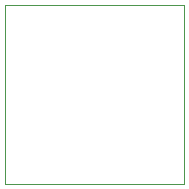
<source format=gbr>
G04 #@! TF.GenerationSoftware,KiCad,Pcbnew,5.1.5+dfsg1-2build2*
G04 #@! TF.CreationDate,2022-03-04T22:05:38-05:00*
G04 #@! TF.ProjectId,SMA_FLANGE_4_HOLES,534d415f-464c-4414-9e47-455f345f484f,rev?*
G04 #@! TF.SameCoordinates,Original*
G04 #@! TF.FileFunction,Profile,NP*
%FSLAX46Y46*%
G04 Gerber Fmt 4.6, Leading zero omitted, Abs format (unit mm)*
G04 Created by KiCad (PCBNEW 5.1.5+dfsg1-2build2) date 2022-03-04 22:05:38*
%MOMM*%
%LPD*%
G04 APERTURE LIST*
%ADD10C,0.050000*%
G04 APERTURE END LIST*
D10*
X50000000Y-65200000D02*
X65200000Y-65200000D01*
X65200000Y-50000000D02*
X65200000Y-65200000D01*
X50000000Y-50000000D02*
X65200000Y-50000000D01*
X50000000Y-50000000D02*
X50000000Y-65200000D01*
M02*

</source>
